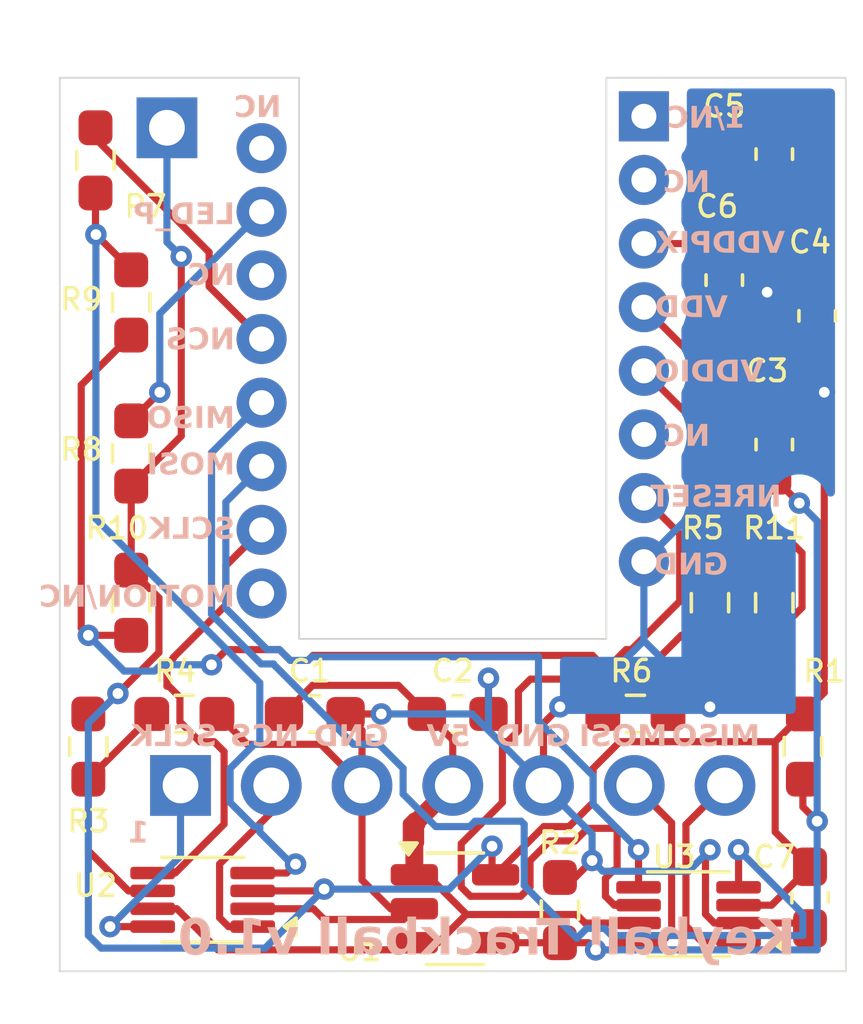
<source format=kicad_pcb>
(kicad_pcb (version 20241229) (generator "pcbnew") (generator_version "9.0")
  (title_block (title "Keyball Trackball PCB") (date "2025-11-21") (rev "1.0"))
  (layers (0 "F.Cu" signal) (2 "B.Cu" signal) (13 "F.Paste" user) (15 "B.Paste" user) (5 "F.SilkS" user "F.Silkscreen") (7 "B.SilkS" user "B.Silkscreen") (1 "F.Mask" user) (3 "B.Mask" user) (25 "Edge.Cuts" user))
  (net 0 "")
  (net 1 "/5V")
  (net 2 "GND")
  (net 3 "/1.9V")
  (net 4 "Net-(U1-FB)")
  (net 5 "Net-(U4-VDDPIX)")
  (net 6 "/MOSI")
  (net 7 "/NCS")
  (net 8 "/SCLK")
  (net 9 "/MISO")
  (net 10 "Net-(U2-OE)")
  (net 11 "Net-(U3-OE)")
  (net 12 "Net-(U4-~{NCS})")
  (net 13 "Net-(U2-A2)")
  (net 14 "Net-(U4-LED_P)")
  (net 15 "Net-(U4-~{NRESET})")
  (net 16 "Net-(U4-VDDIO)")
  (net 17 "Net-(U2-A1)")
  (net 18 "Net-(U3-A2)")
  (net 19 "Net-(U3-A1)")
  (footprint "Capacitor_SMD:C_0603_1608Metric_Pad1.08x0.95mm_HandSolder" (layer "F.Cu") (at 104 81.9375 -90)
    (property "Reference" "C5" (at -1.3375 1.4 0) (layer "F.SilkS") (effects (font (size 0.6 0.6) (thickness 0.1))))
    (property "Value" "10uF")
    (fp_line (start -0.146267 0.51) (end 0.146267 0.51) (stroke (width 0.1)) (layer "F.SilkS"))
    (fp_line (start -0.146267 -0.51) (end 0.146267 -0.51) (stroke (width 0.1)) (layer "F.SilkS"))
    (pad "1" smd roundrect (at -0.8625 0 270) (size 1.075 0.95) (layers "F.Cu" "F.Mask" "F.Paste") (net 5 "Net-(U4-VDDPIX)"))
    (pad "2" smd roundrect (at 0.8625 0 270) (size 1.075 0.95) (layers "F.Cu" "F.Mask" "F.Paste") (net 2 "GND"))
  )
  (footprint "Capacitor_SMD:C_0603_1608Metric_Pad1.08x0.95mm_HandSolder" (layer "F.Cu") (at 91.1375 97.6)
    (property "Reference" "C1" (at -0.1375 -1.2 0) (layer "F.SilkS") (effects (font (size 0.6 0.6) (thickness 0.1))))
    (property "Value" "10uF")
    (fp_line (start -0.146267 -0.51) (end 0.146267 -0.51) (stroke (width 0.1)) (layer "F.SilkS"))
    (fp_line (start -0.146267 0.51) (end 0.146267 0.51) (stroke (width 0.1)) (layer "F.SilkS"))
    (pad "1" smd roundrect (at -0.8625 0) (size 1.075 0.95) (layers "F.Cu" "F.Mask" "F.Paste") (net 1 "/5V"))
    (pad "2" smd roundrect (at 0.8625 0) (size 1.075 0.95) (layers "F.Cu" "F.Mask" "F.Paste") (net 2 "GND"))
  )
  (footprint "Resistor_SMD:R_0603_1608Metric_Pad0.98x0.95mm_HandSolder" (layer "F.Cu") (at 86 86.0875 90)
    (property "Reference" "R9" (at 0.0875 -1.4 0) (layer "F.SilkS") (effects (font (size 0.6 0.6) (thickness 0.1))))
    (property "Value" "1M_DNI")
    (fp_line (start -0.254724 -0.5225) (end 0.254724 -0.5225) (stroke (width 0.1)) (layer "F.SilkS"))
    (fp_line (start -0.254724 0.5225) (end 0.254724 0.5225) (stroke (width 0.1)) (layer "F.SilkS"))
    (pad "1" smd roundrect (at -0.9125 0 90) (size 0.975 0.95) (layers "F.Cu" "F.Mask" "F.Paste") (net 15 "Net-(U4-~{NRESET})"))
    (pad "2" smd roundrect (at 0.9125 0 90) (size 0.975 0.95) (layers "F.Cu" "F.Mask" "F.Paste") (net 13 "Net-(U2-A2)"))
  )
  (footprint "Capacitor_SMD:C_0603_1608Metric_Pad1.08x0.95mm_HandSolder" (layer "F.Cu") (at 105.2 86.4625 -90)
    (property "Reference" "C4" (at -2.0625 0.2 0) (layer "F.SilkS") (effects (font (size 0.6 0.6) (thickness 0.1))))
    (property "Value" "10uF")
    (fp_line (start -0.146267 0.51) (end 0.146267 0.51) (stroke (width 0.1)) (layer "F.SilkS"))
    (fp_line (start -0.146267 -0.51) (end 0.146267 -0.51) (stroke (width 0.1)) (layer "F.SilkS"))
    (pad "1" smd roundrect (at -0.8625 0 270) (size 1.075 0.95) (layers "F.Cu" "F.Mask" "F.Paste") (net 3 "/1.9V"))
    (pad "2" smd roundrect (at 0.8625 0 270) (size 1.075 0.95) (layers "F.Cu" "F.Mask" "F.Paste") (net 2 "GND"))
  )
  (footprint "Resistor_SMD:R_0603_1608Metric_Pad0.98x0.95mm_HandSolder" (layer "F.Cu") (at 86 94.4875 -90)
    (property "Reference" "R10" (at -2.0875 0.4 0) (layer "F.SilkS") (effects (font (size 0.6 0.6) (thickness 0.1))))
    (property "Value" "10k")
    (fp_line (start -0.254724 0.5225) (end 0.254724 0.5225) (stroke (width 0.1)) (layer "F.SilkS"))
    (fp_line (start -0.254724 -0.5225) (end 0.254724 -0.5225) (stroke (width 0.1)) (layer "F.SilkS"))
    (pad "1" smd roundrect (at -0.9125 0 270) (size 0.975 0.95) (layers "F.Cu" "F.Mask" "F.Paste") (net 3 "/1.9V"))
    (pad "2" smd roundrect (at 0.9125 0 270) (size 0.975 0.95) (layers "F.Cu" "F.Mask" "F.Paste") (net 15 "Net-(U4-~{NRESET})"))
  )
  (footprint "Resistor_SMD:R_0603_1608Metric_Pad0.98x0.95mm_HandSolder" (layer "F.Cu") (at 104 94.4875 -90)
    (property "Reference" "R11" (at -2.0875 0 0) (layer "F.SilkS") (effects (font (size 0.6 0.6) (thickness 0.1))))
    (property "Value" "0")
    (fp_line (start -0.254724 0.5225) (end 0.254724 0.5225) (stroke (width 0.1)) (layer "F.SilkS"))
    (fp_line (start -0.254724 -0.5225) (end 0.254724 -0.5225) (stroke (width 0.1)) (layer "F.SilkS"))
    (pad "1" smd roundrect (at -0.9125 0 270) (size 0.975 0.95) (layers "F.Cu" "F.Mask" "F.Paste") (net 3 "/1.9V"))
    (pad "2" smd roundrect (at 0.9125 0 270) (size 0.975 0.95) (layers "F.Cu" "F.Mask" "F.Paste") (net 16 "Net-(U4-VDDIO)"))
  )
  (footprint "Resistor_SMD:R_0603_1608Metric_Pad0.98x0.95mm_HandSolder" (layer "F.Cu") (at 86 90.3125 90)
    (property "Reference" "R8" (at 0.1125 -1.4 0) (layer "F.SilkS") (effects (font (size 0.6 0.6) (thickness 0.1))))
    (property "Value" "39")
    (fp_line (start -0.254724 -0.5225) (end 0.254724 -0.5225) (stroke (width 0.1)) (layer "F.SilkS"))
    (fp_line (start -0.254724 0.5225) (end 0.254724 0.5225) (stroke (width 0.1)) (layer "F.SilkS"))
    (pad "1" smd roundrect (at -0.9125 0 90) (size 0.975 0.95) (layers "F.Cu" "F.Mask" "F.Paste") (net 3 "/1.9V"))
    (pad "2" smd roundrect (at 0.9125 0 90) (size 0.975 0.95) (layers "F.Cu" "F.Mask" "F.Paste") (net 14 "Net-(U4-LED_P)"))
  )
  (footprint "Capacitor_SMD:C_0603_1608Metric_Pad1.08x0.95mm_HandSolder" (layer "F.Cu") (at 105 102.7375 -90)
    (property "Reference" "C7" (at -1.1375 1 0) (layer "F.SilkS") (effects (font (size 0.6 0.6) (thickness 0.1))))
    (property "Value" "100nF")
    (fp_line (start -0.146267 0.51) (end 0.146267 0.51) (stroke (width 0.1)) (layer "F.SilkS"))
    (fp_line (start -0.146267 -0.51) (end 0.146267 -0.51) (stroke (width 0.1)) (layer "F.SilkS"))
    (pad "1" smd roundrect (at -0.8625 0 270) (size 1.075 0.95) (layers "F.Cu" "F.Mask" "F.Paste") (net 3 "/1.9V"))
    (pad "2" smd roundrect (at 0.8625 0 270) (size 1.075 0.95) (layers "F.Cu" "F.Mask" "F.Paste") (net 2 "GND"))
  )
  (footprint "Package_SO:VSSOP-8_2.3x2mm_P0.5mm" (layer "F.Cu") (at 88 102.8 180)
    (property "Reference" "U2" (at 3 0.4 0) (layer "F.SilkS") (effects (font (size 0.6 0.6) (thickness 0.1))))
    (property "Value" "TXS0102DCU")
    (fp_line (start 0 1.185) (end 1.15 1.185) (stroke (width 0.1)) (layer "F.SilkS"))
    (fp_line (start 0 1.185) (end -1.15 1.185) (stroke (width 0.1)) (layer "F.SilkS"))
    (fp_line (start 0 -1.185) (end 1.15 -1.185) (stroke (width 0.1)) (layer "F.SilkS"))
    (fp_line (start 0 -1.185) (end -1.15 -1.185) (stroke (width 0.1)) (layer "F.SilkS"))
    (fp_poly (pts (xy -2.285 -0.75) (xy -2.615 -0.51) (xy -2.615 -0.99)) (stroke (width 0.1)) (fill yes) (layer "F.SilkS"))
    (pad "1" smd roundrect (at -1.4 -0.75 180) (size 1.25 0.35) (layers "F.Cu" "F.Mask" "F.Paste") (net 7 "/NCS"))
    (pad "2" smd roundrect (at -1.4 -0.25 180) (size 1.25 0.35) (layers "F.Cu" "F.Mask" "F.Paste") (net 2 "GND"))
    (pad "3" smd roundrect (at -1.4 0.25 180) (size 1.25 0.35) (layers "F.Cu" "F.Mask" "F.Paste") (net 3 "/1.9V"))
    (pad "4" smd roundrect (at -1.4 0.75 180) (size 1.25 0.35) (layers "F.Cu" "F.Mask" "F.Paste") (net 13 "Net-(U2-A2)"))
    (pad "5" smd roundrect (at 1.4 0.75 180) (size 1.25 0.35) (layers "F.Cu" "F.Mask" "F.Paste") (net 17 "Net-(U2-A1)"))
    (pad "6" smd roundrect (at 1.4 0.25 180) (size 1.25 0.35) (layers "F.Cu" "F.Mask" "F.Paste") (net 10 "Net-(U2-OE)"))
    (pad "7" smd roundrect (at 1.4 -0.25 180) (size 1.25 0.35) (layers "F.Cu" "F.Mask" "F.Paste") (net 1 "/5V"))
    (pad "8" smd roundrect (at 1.4 -0.75 180) (size 1.25 0.35) (layers "F.Cu" "F.Mask" "F.Paste") (net 8 "/SCLK"))
  )
  (footprint "Package_SO:VSSOP-8_2.3x2mm_P0.5mm" (layer "F.Cu") (at 101.6 103.2 180)
    (property "Reference" "U3" (at 0.4 1.6 0) (layer "F.SilkS") (effects (font (size 0.6 0.6) (thickness 0.1))))
    (property "Value" "TXS0102DCU")
    (fp_line (start 0 1.185) (end 1.15 1.185) (stroke (width 0.1)) (layer "F.SilkS"))
    (fp_line (start 0 1.185) (end -1.15 1.185) (stroke (width 0.1)) (layer "F.SilkS"))
    (fp_line (start 0 -1.185) (end 1.15 -1.185) (stroke (width 0.1)) (layer "F.SilkS"))
    (fp_line (start 0 -1.185) (end -1.15 -1.185) (stroke (width 0.1)) (layer "F.SilkS"))
    (fp_poly (pts (xy -2.285 -0.75) (xy -2.615 -0.51) (xy -2.615 -0.99)) (stroke (width 0.1)) (fill yes) (layer "F.SilkS"))
    (pad "1" smd roundrect (at -1.4 -0.75 180) (size 1.25 0.35) (layers "F.Cu" "F.Mask" "F.Paste") (net 9 "/MISO"))
    (pad "2" smd roundrect (at -1.4 -0.25 180) (size 1.25 0.35) (layers "F.Cu" "F.Mask" "F.Paste") (net 2 "GND"))
    (pad "3" smd roundrect (at -1.4 0.25 180) (size 1.25 0.35) (layers "F.Cu" "F.Mask" "F.Paste") (net 3 "/1.9V"))
    (pad "4" smd roundrect (at -1.4 0.75 180) (size 1.25 0.35) (layers "F.Cu" "F.Mask" "F.Paste") (net 18 "Net-(U3-A2)"))
    (pad "5" smd roundrect (at 1.4 0.75 180) (size 1.25 0.35) (layers "F.Cu" "F.Mask" "F.Paste") (net 19 "Net-(U3-A1)"))
    (pad "6" smd roundrect (at 1.4 0.25 180) (size 1.25 0.35) (layers "F.Cu" "F.Mask" "F.Paste") (net 11 "Net-(U3-OE)"))
    (pad "7" smd roundrect (at 1.4 -0.25 180) (size 1.25 0.35) (layers "F.Cu" "F.Mask" "F.Paste") (net 1 "/5V"))
    (pad "8" smd roundrect (at 1.4 -0.75 180) (size 1.25 0.35) (layers "F.Cu" "F.Mask" "F.Paste") (net 6 "/MOSI"))
  )
  (footprint "Capacitor_SMD:C_0603_1608Metric_Pad1.08x0.95mm_HandSolder" (layer "F.Cu") (at 102.6 85.4625 -90)
    (property "Reference" "C6" (at -2.0625 0.2 0) (layer "F.SilkS") (effects (font (size 0.6 0.6) (thickness 0.1))))
    (property "Value" "100nF")
    (fp_line (start -0.146267 0.51) (end 0.146267 0.51) (stroke (width 0.1)) (layer "F.SilkS"))
    (fp_line (start -0.146267 -0.51) (end 0.146267 -0.51) (stroke (width 0.1)) (layer "F.SilkS"))
    (pad "1" smd roundrect (at -0.8625 0 270) (size 1.075 0.95) (layers "F.Cu" "F.Mask" "F.Paste") (net 5 "Net-(U4-VDDPIX)"))
    (pad "2" smd roundrect (at 0.8625 0 270) (size 1.075 0.95) (layers "F.Cu" "F.Mask" "F.Paste") (net 2 "GND"))
  )
  (footprint "Resistor_SMD:R_0603_1608Metric_Pad0.98x0.95mm_HandSolder" (layer "F.Cu") (at 98 103.0875 90)
    (property "Reference" "R2" (at 1.8875 0 0) (layer "F.SilkS") (effects (font (size 0.6 0.6) (thickness 0.1))))
    (property "Value" "63.4k")
    (fp_line (start -0.254724 -0.5225) (end 0.254724 -0.5225) (stroke (width 0.1)) (layer "F.SilkS"))
    (fp_line (start -0.254724 0.5225) (end 0.254724 0.5225) (stroke (width 0.1)) (layer "F.SilkS"))
    (pad "1" smd roundrect (at -0.9125 0 90) (size 0.975 0.95) (layers "F.Cu" "F.Mask" "F.Paste") (net 4 "Net-(U1-FB)"))
    (pad "2" smd roundrect (at 0.9125 0 90) (size 0.975 0.95) (layers "F.Cu" "F.Mask" "F.Paste") (net 2 "GND"))
  )
  (footprint "Resistor_SMD:R_0603_1608Metric_Pad0.98x0.95mm_HandSolder" (layer "F.Cu") (at 87.4875 97.6)
    (property "Reference" "R4" (at -0.254724 -1.2 0) (layer "F.SilkS") (effects (font (size 0.6 0.6) (thickness 0.1))))
    (property "Value" "10k")
    (fp_line (start -0.254724 -0.5225) (end 0.254724 -0.5225) (stroke (width 0.1)) (layer "F.SilkS"))
    (fp_line (start -0.254724 0.5225) (end 0.254724 0.5225) (stroke (width 0.1)) (layer "F.SilkS"))
    (pad "1" smd roundrect (at -0.9125 0) (size 0.975 0.95) (layers "F.Cu" "F.Mask" "F.Paste") (net 10 "Net-(U2-OE)"))
    (pad "2" smd roundrect (at 0.9125 0) (size 0.975 0.95) (layers "F.Cu" "F.Mask" "F.Paste") (net 2 "GND"))
  )
  (footprint "Resistor_SMD:R_0603_1608Metric_Pad0.98x0.95mm_HandSolder" (layer "F.Cu") (at 85 82.1125 90)
    (property "Reference" "R7" (at -1.2875 1.4 0) (layer "F.SilkS") (effects (font (size 0.6 0.6) (thickness 0.1))))
    (property "Value" "0")
    (fp_line (start -0.254724 -0.5225) (end 0.254724 -0.5225) (stroke (width 0.1)) (layer "F.SilkS"))
    (fp_line (start -0.254724 0.5225) (end 0.254724 0.5225) (stroke (width 0.1)) (layer "F.SilkS"))
    (pad "1" smd roundrect (at -0.9125 0 90) (size 0.975 0.95) (layers "F.Cu" "F.Mask" "F.Paste") (net 13 "Net-(U2-A2)"))
    (pad "2" smd roundrect (at 0.9125 0 90) (size 0.975 0.95) (layers "F.Cu" "F.Mask" "F.Paste") (net 12 "Net-(U4-~{NCS})"))
  )
  (footprint "Resistor_SMD:R_0603_1608Metric_Pad0.98x0.95mm_HandSolder" (layer "F.Cu") (at 102.2 94.4875 -90)
    (property "Reference" "R5" (at -2.0875 0.2 0) (layer "F.SilkS") (effects (font (size 0.6 0.6) (thickness 0.1))))
    (property "Value" "0")
    (fp_line (start -0.254724 0.5225) (end 0.254724 0.5225) (stroke (width 0.1)) (layer "F.SilkS"))
    (fp_line (start -0.254724 -0.5225) (end 0.254724 -0.5225) (stroke (width 0.1)) (layer "F.SilkS"))
    (pad "1" smd roundrect (at -0.9125 0 270) (size 0.975 0.95) (layers "F.Cu" "F.Mask" "F.Paste") (net 3 "/1.9V"))
    (pad "2" smd roundrect (at 0.9125 0 270) (size 0.975 0.95) (layers "F.Cu" "F.Mask" "F.Paste") (net 11 "Net-(U3-OE)"))
  )
  (footprint "Resistor_SMD:R_0603_1608Metric_Pad0.98x0.95mm_HandSolder" (layer "F.Cu") (at 84.8 98.5125 -90)
    (property "Reference" "R3" (at 2.0875 0 0) (layer "F.SilkS") (effects (font (size 0.6 0.6) (thickness 0.1))))
    (property "Value" "0")
    (fp_line (start -0.254724 0.5225) (end 0.254724 0.5225) (stroke (width 0.1)) (layer "F.SilkS"))
    (fp_line (start -0.254724 -0.5225) (end 0.254724 -0.5225) (stroke (width 0.1)) (layer "F.SilkS"))
    (pad "1" smd roundrect (at -0.9125 0 270) (size 0.975 0.95) (layers "F.Cu" "F.Mask" "F.Paste") (net 3 "/1.9V"))
    (pad "2" smd roundrect (at 0.9125 0 270) (size 0.975 0.95) (layers "F.Cu" "F.Mask" "F.Paste") (net 10 "Net-(U2-OE)"))
  )
  (footprint "Capacitor_SMD:C_0603_1608Metric_Pad1.08x0.95mm_HandSolder" (layer "F.Cu") (at 104 90.0625 -90)
    (property "Reference" "C3" (at -2.0625 0.2 0) (layer "F.SilkS") (effects (font (size 0.6 0.6) (thickness 0.1))))
    (property "Value" "100nF")
    (fp_line (start -0.146267 0.51) (end 0.146267 0.51) (stroke (width 0.1)) (layer "F.SilkS"))
    (fp_line (start -0.146267 -0.51) (end 0.146267 -0.51) (stroke (width 0.1)) (layer "F.SilkS"))
    (pad "1" smd roundrect (at -0.8625 0 270) (size 1.075 0.95) (layers "F.Cu" "F.Mask" "F.Paste") (net 3 "/1.9V"))
    (pad "2" smd roundrect (at 0.8625 0 270) (size 1.075 0.95) (layers "F.Cu" "F.Mask" "F.Paste") (net 4 "Net-(U1-FB)"))
  )
  (footprint "Package_TO_SOT_SMD:SOT-23-5" (layer "F.Cu") (at 95.0625 103.05)
    (property "Reference" "U1" (at -2.6625 1.15 0) (layer "F.SilkS") (effects (font (size 0.6 0.6) (thickness 0.1))))
    (property "Value" "TPS73601DBV")
    (fp_line (start 0 -1.56) (end -0.8 -1.56) (stroke (width 0.1)) (layer "F.SilkS"))
    (fp_line (start 0 -1.56) (end 0.8 -1.56) (stroke (width 0.1)) (layer "F.SilkS"))
    (fp_line (start 0 1.56) (end -0.8 1.56) (stroke (width 0.1)) (layer "F.SilkS"))
    (fp_line (start 0 1.56) (end 0.8 1.56) (stroke (width 0.1)) (layer "F.SilkS"))
    (fp_poly (pts (xy -1.3 -1.51) (xy -1.54 -1.84) (xy -1.06 -1.84)) (stroke (width 0.1)) (fill yes) (layer "F.SilkS"))
    (pad "1" smd roundrect (at -1.1375 -0.95) (size 1.325 0.6) (layers "F.Cu" "F.Mask" "F.Paste") (net 1 "/5V"))
    (pad "2" smd roundrect (at -1.1375 0) (size 1.325 0.6) (layers "F.Cu" "F.Mask" "F.Paste") (net 2 "GND"))
    (pad "3" smd roundrect (at -1.1375 0.95) (size 1.325 0.6) (layers "F.Cu" "F.Mask" "F.Paste") (net 1 "/5V"))
    (pad "4" smd roundrect (at 1.1375 0.95) (size 1.325 0.6) (layers "F.Cu" "F.Mask" "F.Paste") (net 4 "Net-(U1-FB)"))
    (pad "5" smd roundrect (at 1.1375 -0.95) (size 1.325 0.6) (layers "F.Cu" "F.Mask" "F.Paste") (net 3 "/1.9V"))
  )
  (footprint "Resistor_SMD:R_0603_1608Metric_Pad0.98x0.95mm_HandSolder" (layer "F.Cu") (at 100.1125 97.6)
    (property "Reference" "R6" (at -0.1125 -1.2 0) (layer "F.SilkS") (effects (font (size 0.6 0.6) (thickness 0.1))))
    (property "Value" "10k")
    (fp_line (start -0.254724 -0.5225) (end 0.254724 -0.5225) (stroke (width 0.1)) (layer "F.SilkS"))
    (fp_line (start -0.254724 0.5225) (end 0.254724 0.5225) (stroke (width 0.1)) (layer "F.SilkS"))
    (pad "1" smd roundrect (at -0.9125 0) (size 0.975 0.95) (layers "F.Cu" "F.Mask" "F.Paste") (net 11 "Net-(U3-OE)"))
    (pad "2" smd roundrect (at 0.9125 0) (size 0.975 0.95) (layers "F.Cu" "F.Mask" "F.Paste") (net 2 "GND"))
  )
  (footprint "Resistor_SMD:R_0603_1608Metric_Pad0.98x0.95mm_HandSolder" (layer "F.Cu") (at 104.8 98.5125 -90)
    (property "Reference" "R1" (at -2.1125 -0.6 0) (layer "F.SilkS") (effects (font (size 0.6 0.6) (thickness 0.1))))
    (property "Value" "37.4k")
    (fp_line (start -0.254724 0.5225) (end 0.254724 0.5225) (stroke (width 0.1)) (layer "F.SilkS"))
    (fp_line (start -0.254724 -0.5225) (end 0.254724 -0.5225) (stroke (width 0.1)) (layer "F.SilkS"))
    (pad "1" smd roundrect (at -0.9125 0 270) (size 0.975 0.95) (layers "F.Cu" "F.Mask" "F.Paste") (net 3 "/1.9V"))
    (pad "2" smd roundrect (at 0.9125 0 270) (size 0.975 0.95) (layers "F.Cu" "F.Mask" "F.Paste") (net 4 "Net-(U1-FB)"))
  )
  (footprint "Capacitor_SMD:C_0603_1608Metric_Pad1.08x0.95mm_HandSolder" (layer "F.Cu") (at 95.1375 97.6)
    (property "Reference" "C2" (at -0.1375 -1.2 0) (layer "F.SilkS") (effects (font (size 0.6 0.6) (thickness 0.1))))
    (property "Value" "100nF")
    (fp_line (start -0.146267 -0.51) (end 0.146267 -0.51) (stroke (width 0.1)) (layer "F.SilkS"))
    (fp_line (start -0.146267 0.51) (end 0.146267 0.51) (stroke (width 0.1)) (layer "F.SilkS"))
    (pad "1" smd roundrect (at -0.8625 0) (size 1.075 0.95) (layers "F.Cu" "F.Mask" "F.Paste") (net 1 "/5V"))
    (pad "2" smd roundrect (at 0.8625 0) (size 1.075 0.95) (layers "F.Cu" "F.Mask" "F.Paste") (net 2 "GND"))
  )
  (footprint "Connector_PinHeader_2.54mm:PinHeader_1x01_P2.54mm_Vertical" (layer "B.Cu") (at 87 81.2 180)
    (property "Reference" "J2" (hide yes))
    (property "Value" "Conn_01x01")
    (pad "1" thru_hole rect (at 0 0 180) (size 1.7 1.7) (drill 1) (layers "*.Cu" "*.Mask") (net 3 "/1.9V"))
  )
  (footprint "Pixart:PMW3360DM-T2QU" (layer "B.Cu") (at 95 86.54 -90)
    (property "Reference" "U4" (hide yes))
    (property "Value" "PMW3360DM-T2QU")
    (pad "1" thru_hole rect (at -5.66 -5.35 270) (size 1.4 1.4) (drill 0.7) (layers "*.Cu" "*.Mask"))
    (pad "2" thru_hole circle (at -3.88 -5.35 270) (size 1.4 1.4) (drill 0.7) (layers "*.Cu" "*.Mask"))
    (pad "3" thru_hole circle (at -2.1 -5.35 270) (size 1.4 1.4) (drill 0.7) (layers "*.Cu" "*.Mask") (net 5 "Net-(U4-VDDPIX)"))
    (pad "4" thru_hole circle (at -0.32 -5.35 270) (size 1.4 1.4) (drill 0.7) (layers "*.Cu" "*.Mask") (net 3 "/1.9V"))
    (pad "5" thru_hole circle (at 1.46 -5.35 270) (size 1.4 1.4) (drill 0.7) (layers "*.Cu" "*.Mask") (net 16 "Net-(U4-VDDIO)"))
    (pad "6" thru_hole circle (at 3.24 -5.35 270) (size 1.4 1.4) (drill 0.7) (layers "*.Cu" "*.Mask"))
    (pad "7" thru_hole circle (at 5.02 -5.35 270) (size 1.4 1.4) (drill 0.7) (layers "*.Cu" "*.Mask") (net 15 "Net-(U4-~{NRESET})"))
    (pad "8" thru_hole circle (at 6.8 -5.35 270) (size 1.4 1.4) (drill 0.7) (layers "*.Cu" "*.Mask") (net 2 "GND"))
    (pad "9" thru_hole circle (at 7.69 5.35 270) (size 1.4 1.4) (drill 0.7) (layers "*.Cu" "*.Mask"))
    (pad "10" thru_hole circle (at 5.91 5.35 270) (size 1.4 1.4) (drill 0.7) (layers "*.Cu" "*.Mask") (net 17 "Net-(U2-A1)"))
    (pad "11" thru_hole circle (at 4.13 5.35 270) (size 1.4 1.4) (drill 0.7) (layers "*.Cu" "*.Mask") (net 19 "Net-(U3-A1)"))
    (pad "12" thru_hole circle (at 2.35 5.35 270) (size 1.4 1.4) (drill 0.7) (layers "*.Cu" "*.Mask") (net 18 "Net-(U3-A2)"))
    (pad "13" thru_hole circle (at 0.57 5.35 270) (size 1.4 1.4) (drill 0.7) (layers "*.Cu" "*.Mask") (net 12 "Net-(U4-~{NCS})"))
    (pad "14" thru_hole circle (at -1.21 5.35 270) (size 1.4 1.4) (drill 0.7) (layers "*.Cu" "*.Mask"))
    (pad "15" thru_hole circle (at -2.99 5.35 270) (size 1.4 1.4) (drill 0.7) (layers "*.Cu" "*.Mask") (net 14 "Net-(U4-LED_P)"))
    (pad "16" thru_hole circle (at -4.77 5.35 270) (size 1.4 1.4) (drill 0.7) (layers "*.Cu" "*.Mask"))
  )
  (footprint "Connector_PinHeader_2.54mm:PinHeader_1x07_P2.54mm_Vertical" (layer "B.Cu") (at 87.38 99.6 -90)
    (property "Reference" "J1" (hide yes))
    (property "Value" "Conn_01x07")
    (pad "1" thru_hole rect (at 0 0 270) (size 1.7 1.7) (drill 1) (layers "*.Cu" "*.Mask") (net 8 "/SCLK"))
    (pad "2" thru_hole circle (at 0 -2.54 270) (size 1.7 1.7) (drill 1) (layers "*.Cu" "*.Mask") (net 7 "/NCS"))
    (pad "3" thru_hole circle (at 0 -5.08 270) (size 1.7 1.7) (drill 1) (layers "*.Cu" "*.Mask") (net 2 "GND"))
    (pad "4" thru_hole circle (at 0 -7.62 270) (size 1.7 1.7) (drill 1) (layers "*.Cu" "*.Mask") (net 1 "/5V"))
    (pad "5" thru_hole circle (at 0 -10.16 270) (size 1.7 1.7) (drill 1) (layers "*.Cu" "*.Mask") (net 2 "GND"))
    (pad "6" thru_hole circle (at 0 -12.7 270) (size 1.7 1.7) (drill 1) (layers "*.Cu" "*.Mask") (net 6 "/MOSI"))
    (pad "7" thru_hole circle (at 0 -15.24 270) (size 1.7 1.7) (drill 1) (layers "*.Cu" "*.Mask") (net 9 "/MISO"))
  )
  (gr_line (start 84 79.8) (end 84 104.8) (stroke (width 0.05)) (layer "Edge.Cuts"))
  (gr_line (start 99.3 95.5) (end 99.3 79.8) (stroke (width 0.05)) (layer "Edge.Cuts"))
  (gr_line (start 84 104.8) (end 106 104.8) (stroke (width 0.05)) (layer "Edge.Cuts"))
  (gr_line (start 90.7 95.5) (end 99.3 95.5) (stroke (width 0.05)) (layer "Edge.Cuts"))
  (gr_line (start 90.7 79.8) (end 90.7 95.5) (stroke (width 0.05)) (layer "Edge.Cuts"))
  (gr_line (start 106 79.8) (end 106 104.8) (stroke (width 0.05)) (layer "Edge.Cuts"))
  (gr_line (start 99.3 79.8) (end 106 79.8) (stroke (width 0.05)) (layer "Edge.Cuts"))
  (gr_line (start 84 79.8) (end 90.7 79.8) (stroke (width 0.05)) (layer "Edge.Cuts"))
  (gr_text "NC" (at 88.9 85.7 0) (layer "B.SilkS") (effects (font (size 0.6 0.6) (thickness 0.1) (bold yes)) (justify left bottom mirror)))
  (gr_text "Keyball Trackball v1.0" (at 104.6 104.5 0) (layer "B.SilkS") (effects (font (size 1 1) (thickness 0.1) (bold yes)) (justify left bottom mirror)))
  (gr_text "GND" (at 102.7 93.8 0) (layer "B.SilkS") (effects (font (size 0.6 0.6) (thickness 0.1) (bold yes)) (justify left bottom mirror)))
  (gr_text "NC" (at 102.2 90.2 0) (layer "B.SilkS") (effects (font (size 0.6 0.6) (thickness 0.1) (bold yes)) (justify left bottom mirror)))
  (gr_text "NC" (at 90.2 81 0) (layer "B.SilkS") (effects (font (size 0.6 0.6) (thickness 0.1) (bold yes)) (justify left bottom mirror)))
  (gr_text "GND" (at 98.3 98.6 0) (layer "B.SilkS") (effects (font (size 0.6 0.6) (thickness 0.1) (bold yes)) (justify left bottom mirror)))
  (gr_text "NCS" (at 88.9 87.5 0) (layer "B.SilkS") (effects (font (size 0.6 0.6) (thickness 0.1) (bold yes)) (justify left bottom mirror)))
  (gr_text "VDDIO" (at 103.7 88.4 0) (layer "B.SilkS") (effects (font (size 0.6 0.6) (thickness 0.1) (bold yes)) (justify left bottom mirror)))
  (gr_text "VDD" (at 102.7 86.6 0) (layer "B.SilkS") (effects (font (size 0.6 0.6) (thickness 0.1) (bold yes)) (justify left bottom mirror)))
  (gr_text "SCLK" (at 88.9 92.8 0) (layer "B.SilkS") (effects (font (size 0.6 0.6) (thickness 0.1) (bold yes)) (justify left bottom mirror)))
  (gr_text "LED_P" (at 88.9 84 0) (layer "B.SilkS") (effects (font (size 0.6 0.6) (thickness 0.1) (bold yes)) (justify left bottom mirror)))
  (gr_text "1/NC" (at 103.2 81.3 0) (layer "B.SilkS") (effects (font (size 0.6 0.6) (thickness 0.1) (bold yes)) (justify left bottom mirror)))
  (gr_text "NCS" (at 90.7 98.6 0) (layer "B.SilkS") (effects (font (size 0.6 0.6) (thickness 0.1) (bold yes)) (justify left bottom mirror)))
  (gr_text "MOSI" (at 101 98.6 0) (layer "B.SilkS") (effects (font (size 0.6 0.6) (thickness 0.1) (bold yes)) (justify left bottom mirror)))
  (gr_text "5V" (at 95.5 98.6 0) (layer "B.SilkS") (effects (font (size 0.6 0.6) (thickness 0.1) (bold yes)) (justify left bottom mirror)))
  (gr_text "VDDPIX" (at 104.3 84.8 0) (layer "B.SilkS") (effects (font (size 0.6 0.6) (thickness 0.1) (bold yes)) (justify left bottom mirror)))
  (gr_text "MISO" (at 88.9 89.7 0) (layer "B.SilkS") (effects (font (size 0.6 0.6) (thickness 0.1) (bold yes)) (justify left bottom mirror)))
  (gr_text "GND" (at 93.2 98.6 0) (layer "B.SilkS") (effects (font (size 0.6 0.6) (thickness 0.1) (bold yes)) (justify left bottom mirror)))
  (gr_text "NC" (at 102.2 83.1 0) (layer "B.SilkS") (effects (font (size 0.6 0.6) (thickness 0.1) (bold yes)) (justify left bottom mirror)))
  (gr_text "1" (at 86.5 101.3 0) (layer "B.SilkS") (effects (font (size 0.6 0.6) (thickness 0.1) (bold yes)) (justify left bottom mirror)))
  (gr_text "MOSI" (at 88.9 91 0) (layer "B.SilkS") (effects (font (size 0.6 0.6) (thickness 0.1) (bold yes)) (justify left bottom mirror)))
  (gr_text "SCLK" (at 88.4 98.6 0) (layer "B.SilkS") (effects (font (size 0.6 0.6) (thickness 0.1) (bold yes)) (justify left bottom mirror)))
  (gr_text "MISO" (at 103.6 98.6 0) (layer "B.SilkS") (effects (font (size 0.6 0.6) (thickness 0.1) (bold yes)) (justify left bottom mirror)))
  (gr_text "MOTION/NC" (at 88.9 94.7 0) (layer "B.SilkS") (effects (font (size 0.6 0.6) (thickness 0.1) (bold yes)) (justify left bottom mirror)))
  (gr_text "NRESET" (at 104.2 91.9 0) (layer "B.SilkS") (effects (font (size 0.6 0.6) (thickness 0.1) (bold yes)) (justify left bottom mirror)))
  (segment (start 95.375999 103.2115) (end 95.375999 103.196531) (width 0.2) (layer "F.Cu") (net 1))
  (segment (start 93.925 100.675) (end 95 99.6) (width 0.2) (layer "F.Cu") (net 1))
  (segment (start 100.2 103.45) (end 98.705634 103.45) (width 0.2) (layer "F.Cu") (net 1))
  (segment (start 94.275 97.6) (end 93.475 96.8) (width 0.2) (layer "F.Cu") (net 1))
  (segment (start 98.467134 103.2115) (end 95.375999 103.2115) (width 0.2) (layer "F.Cu") (net 1))
  (segment (start 93.925 102.1) (end 93.925 100.675) (width 0.2) (layer "F.Cu") (net 1))
  (segment (start 95 98.325) (end 94.275 97.6) (width 0.2) (layer "F.Cu") (net 1))
  (segment (start 91.075 96.8) (end 90.275 97.6) (width 0.2) (layer "F.Cu") (net 1))
  (segment (start 88.425848 104.199) (end 93.726 104.199) (width 0.2) (layer "F.Cu") (net 1))
  (segment (start 98.705634 103.45) (end 98.467134 103.2115) (width 0.2) (layer "F.Cu") (net 1))
  (segment (start 94.279468 102.1) (end 93.925 102.1) (width 0.2) (layer "F.Cu") (net 1))
  (segment (start 87.276848 103.05) (end 88.425848 104.199) (width 0.2) (layer "F.Cu") (net 1))
  (segment (start 95 99.6) (end 95 98.325) (width 0.2) (layer "F.Cu") (net 1))
  (segment (start 86.6 103.05) (end 87.276848 103.05) (width 0.2) (layer "F.Cu") (net 1))
  (segment (start 93.726 104.199) (end 93.925 104) (width 0.2) (layer "F.Cu") (net 1))
  (segment (start 95.375999 103.2115) (end 94.587499 104) (width 0.2) (layer "F.Cu") (net 1))
  (segment (start 93.475 96.8) (end 91.075 96.8) (width 0.2) (layer "F.Cu") (net 1))
  (segment (start 95.375999 103.196531) (end 94.279468 102.1) (width 0.2) (layer "F.Cu") (net 1))
  (segment (start 94.587499 104) (end 93.925 104) (width 0.2) (layer "F.Cu") (net 1))
  (segment (start 98 102.175) (end 98.425 102.175) (width 0.2) (layer "F.Cu") (net 2))
  (segment (start 102.074 101.526) (end 102.2 101.4) (width 0.2) (layer "F.Cu") (net 2))
  (segment (start 103.8 83) (end 103.8 85.8) (width 0.2) (layer "F.Cu") (net 2))
  (segment (start 97.54 99.6) (end 97.54 97.86) (width 0.2) (layer "F.Cu") (net 2))
  (segment (start 92.46 99.6) (end 91.309 98.449) (width 0.2) (layer "F.Cu") (net 2))
  (segment (start 89.249 98.449) (end 88.4 97.6) (width 0.2) (layer "F.Cu") (net 2))
  (segment (start 102.2 97.4) (end 101.225 97.4) (width 0.2) (layer "F.Cu") (net 2))
  (segment (start 103 103.45) (end 104.85 103.45) (width 0.2) (layer "F.Cu") (net 2))
  (segment (start 104 82.8) (end 103.8 83) (width 0.2) (layer "F.Cu") (net 2))
  (segment (start 101.225 97.4) (end 101.025 97.6) (width 0.2) (layer "F.Cu") (net 2))
  (segment (start 104.85 103.45) (end 105 103.6) (width 0.2) (layer "F.Cu") (net 2))
  (segment (start 98.425 102.175) (end 98.9 101.7) (width 0.2) (layer "F.Cu") (net 2))
  (segment (start 96 97.6) (end 96 96.6) (width 0.2) (layer "F.Cu") (net 2))
  (segment (start 92 97.6) (end 93 97.6) (width 0.2) (layer "F.Cu") (net 2))
  (segment (start 102.6 86.325) (end 103.275 86.325) (width 0.2) (layer "F.Cu") (net 2))
  (segment (start 91.100057 103.05) (end 89.4 103.05) (width 0.2) (layer "F.Cu") (net 2))
  (segment (start 103 103.45) (end 102.323152 103.45) (width 0.2) (layer "F.Cu") (net 2))
  (segment (start 97.54 97.86) (end 98 97.4) (width 0.2) (layer "F.Cu") (net 2))
  (segment (start 92.46 99.6) (end 92.46 98.06) (width 0.2) (layer "F.Cu") (net 2))
  (segment (start 105.2 88.401) (end 105.399 88.6) (width 0.2) (layer "F.Cu") (net 2))
  (segment (start 91.400057 103.35) (end 91.100057 103.05) (width 0.2) (layer "F.Cu") (net 2))
  (segment (start 102.323152 103.45) (end 102.074 103.200848) (width 0.2) (layer "F.Cu") (net 2))
  (segment (start 93.925 103.05) (end 93.262501 103.05) (width 0.2) (layer "F.Cu") (net 2))
  (segment (start 92.46 102.247499) (end 92.46 99.6) (width 0.2) (layer "F.Cu") (net 2))
  (segment (start 92.46 98.06) (end 92 97.6) (width 0.2) (layer "F.Cu") (net 2))
  (segment (start 93.625 103.35) (end 91.400057 103.35) (width 0.2) (layer "F.Cu") (net 2))
  (segment (start 93.925 103.05) (end 93.625 103.35) (width 0.2) (layer "F.Cu") (net 2))
  (segment (start 91.309 98.449) (end 89.249 98.449) (width 0.2) (layer "F.Cu") (net 2))
  (segment (start 105.2 87.325) (end 105.2 88.401) (width 0.2) (layer "F.Cu") (net 2))
  (segment (start 93.262501 103.05) (end 92.46 102.247499) (width 0.2) (layer "F.Cu") (net 2))
  (segment (start 102.074 103.200848) (end 102.074 101.526) (width 0.2) (layer "F.Cu") (net 2))
  (segment (start 103.275 86.325) (end 103.8 85.8) (width 0.2) (layer "F.Cu") (net 2))
  (via (at 103.8 85.8) (size 0.6) (drill 0.3) (layers "F.Cu" "B.Cu") (net 2))
  (via (at 105.399 88.6) (size 0.6) (drill 0.3) (layers "F.Cu" "B.Cu") (net 2))
  (via (at 98 97.4) (size 0.6) (drill 0.3) (layers "F.Cu" "B.Cu") (net 2))
  (via (at 102.2 101.4) (size 0.6) (drill 0.3) (layers "F.Cu" "B.Cu") (net 2))
  (via (at 96 96.6) (size 0.6) (drill 0.3) (layers "F.Cu" "B.Cu") (net 2))
  (via (at 102.2 97.4) (size 0.6) (drill 0.3) (layers "F.Cu" "B.Cu") (net 2))
  (via (at 93 97.6) (size 0.6) (drill 0.3) (layers "F.Cu" "B.Cu") (net 2))
  (via (at 98.9 101.7) (size 0.6) (drill 0.3) (layers "F.Cu" "B.Cu") (net 2))
  (segment (start 105.399 88.6) (end 103.8 87.001) (width 0.2) (layer "B.Cu") (net 2))
  (segment (start 96 98.06) (end 97.54 99.6) (width 0.2) (layer "B.Cu") (net 2))
  (segment (start 103.8 89.89) (end 100.35 93.34) (width 0.2) (layer "B.Cu") (net 2))
  (segment (start 98 97.4) (end 98.5 97.4) (width 0.2) (layer "B.Cu") (net 2))
  (segment (start 101.599 102.001) (end 99.201 102.001) (width 0.2) (layer "B.Cu") (net 2))
  (segment (start 93 97.6) (end 95.54 97.6) (width 0.2) (layer "B.Cu") (net 2))
  (segment (start 100.35 95.55) (end 102.2 97.4) (width 0.2) (layer "B.Cu") (net 2))
  (segment (start 98.9 101.7) (end 98.9 100.96) (width 0.2) (layer "B.Cu") (net 2))
  (segment (start 95.54 97.6) (end 96 98.06) (width 0.2) (layer "B.Cu") (net 2))
  (segment (start 96 96.6) (end 96 98.06) (width 0.2) (layer "B.Cu") (net 2))
  (segment (start 103.8 87) (end 103.8 89.89) (width 0.2) (layer "B.Cu") (net 2))
  (segment (start 99.201 102.001) (end 98.9 101.7) (width 0.2) (layer "B.Cu") (net 2))
  (segment (start 103.8 87.001) (end 103.8 87) (width 0.2) (layer "B.Cu") (net 2))
  (segment (start 98.9 100.96) (end 97.54 99.6) (width 0.2) (layer "B.Cu") (net 2))
  (segment (start 102.2 101.4) (end 101.599 102.001) (width 0.2) (layer "B.Cu") (net 2))
  (segment (start 98.5 97.4) (end 100.35 95.55) (width 0.2) (layer "B.Cu") (net 2))
  (segment (start 100.35 93.34) (end 100.35 95.55) (width 0.2) (layer "B.Cu") (net 2))
  (segment (start 103.8 87) (end 103.8 85.8) (width 0.2) (layer "B.Cu") (net 2))
  (segment (start 86 93.575) (end 86 91.225) (width 0.2) (layer "F.Cu") (net 3))
  (segment (start 103.925 102.95) (end 103 102.95) (width 0.2) (layer "F.Cu") (net 3))
  (segment (start 89.4 102.55) (end 91.35 102.55) (width 0.2) (layer "F.Cu") (net 3))
  (segment (start 102.2 93.575) (end 102.976 94.351) (width 0.2) (layer "F.Cu") (net 3))
  (segment (start 105.2 85.6) (end 104 86.8) (width 0.2) (layer "F.Cu") (net 3))
  (segment (start 96.1 101.3) (end 96.1 102) (width 0.2) (layer "F.Cu") (net 3))
  (segment (start 104 89.2) (end 103.33 89.2) (width 0.2) (layer "F.Cu") (net 3))
  (segment (start 104 93.575) (end 102.2 93.575) (width 0.2) (layer "F.Cu") (net 3))
  (segment (start 85.627817 97.027817) (end 86.776 95.879634) (width 0.2) (layer "F.Cu") (net 3))
  (segment (start 102.976 94.351) (end 102.976 95.776) (width 0.2) (layer "F.Cu") (net 3))
  (segment (start 104.024 100.899) (end 105 101.875) (width 0.2) (layer "F.Cu") (net 3))
  (segment (start 104.8 97.6) (end 104.024 98.376) (width 0.2) (layer "F.Cu") (net 3))
  (segment (start 105.399 90.599) (end 105.399 97.001) (width 0.2) (layer "F.Cu") (net 3))
  (segment (start 86 91.225) (end 87.401 89.824) (width 0.2) (layer "F.Cu") (net 3))
  (segment (start 84.8 97.6) (end 85.055634 97.6) (width 0.2) (layer "F.Cu") (net 3))
  (segment (start 99.67624 98.376) (end 104.024 98.376) (width 0.2) (layer "F.Cu") (net 3))
  (segment (start 104 86.8) (end 104 89.2) (width 0.2) (layer "F.Cu") (net 3))
  (segment (start 87.401 84.801) (end 87.4 84.8) (width 0.2) (layer "F.Cu") (net 3))
  (segment (start 96.2 102.1) (end 97.549 100.751) (width 0.2) (layer "F.Cu") (net 3))
  (segment (start 96.1 102) (end 96.2 102.1) (width 0.2) (layer "F.Cu") (net 3))
  (segment (start 98.25476 100.751) (end 98.929 100.07676) (width 0.2) (layer "F.Cu") (net 3))
  (segment (start 85.055634 97.6) (end 85.627817 97.027817) (width 0.2) (layer "F.Cu") (net 3))
  (segment (start 104.024 98.376) (end 104.024 100.899) (width 0.2) (layer "F.Cu") (net 3))
  (segment (start 86.776 95.879634) (end 86.776 94.351) (width 0.2) (layer "F.Cu") (net 3))
  (segment (start 87.401 89.824) (end 87.401 84.801) (width 0.2) (layer "F.Cu") (net 3))
  (segment (start 105 101.875) (end 103.925 102.95) (width 0.2) (layer "F.Cu") (net 3))
  (segment (start 98.929 99.12324) (end 99.67624 98.376) (width 0.2) (layer "F.Cu") (net 3))
  (segment (start 102.976 95.776) (end 104.8 97.6) (width 0.2) (layer "F.Cu") (net 3))
  (segment (start 105.399 97.001) (end 104.8 97.6) (width 0.2) (layer "F.Cu") (net 3))
  (segment (start 91.35 102.55) (end 91.4 102.5) (width 0.2) (layer "F.Cu") (net 3))
  (segment (start 98.929 100.07676) (end 98.929 99.12324) (width 0.2) (layer "F.Cu") (net 3))
  (segment (start 103.33 89.2) (end 100.35 86.22) (width 0.2) (layer "F.Cu") (net 3))
  (segment (start 104 89.2) (end 105.399 90.599) (width 0.2) (layer "F.Cu") (net 3))
  (segment (start 97.549 100.751) (end 98.25476 100.751) (width 0.2) (layer "F.Cu") (net 3))
  (segment (start 86.776 94.351) (end 86 93.575) (width 0.2) (layer "F.Cu") (net 3))
  (via (at 91.4 102.5) (size 0.6) (drill 0.3) (layers "F.Cu" "B.Cu") (net 3))
  (via (at 87.4 84.8) (size 0.6) (drill 0.3) (layers "F.Cu" "B.Cu") (net 3))
  (via (at 85.627817 97.027817) (size 0.6) (drill 0.3) (layers "F.Cu" "B.Cu") (net 3))
  (via (at 96.1 101.3) (size 0.6) (drill 0.3) (layers "F.Cu" "B.Cu") (net 3))
  (segment (start 89.749 104.151) (end 85.158175 104.151) (width 0.2) (layer "B.Cu") (net 3))
  (segment (start 85.158175 104.151) (end 84.8 103.792825) (width 0.2) (layer "B.Cu") (net 3))
  (segment (start 87 84.4) (end 87 81.2) (width 0.2) (layer "B.Cu") (net 3))
  (segment (start 87.4 84.8) (end 87 84.4) (width 0.2) (layer "B.Cu") (net 3))
  (segment (start 84.8 103.792825) (end 84.8 97.855634) (width 0.2) (layer "B.Cu") (net 3))
  (segment (start 84.8 97.855634) (end 85.627817 97.027817) (width 0.2) (layer "B.Cu") (net 3))
  (segment (start 91.4 102.5) (end 89.749 104.151) (width 0.2) (layer "B.Cu") (net 3))
  (segment (start 91.4 102.5) (end 94.9 102.5) (width 0.2) (layer "B.Cu") (net 3))
  (segment (start 94.9 102.5) (end 96.1 101.3) (width 0.2) (layer "B.Cu") (net 3))
  (segment (start 104.8 99.425) (end 104.8 100.2) (width 0.2) (layer "F.Cu") (net 4))
  (segment (start 104.8 100.2) (end 105.2 100.6) (width 0.2) (layer "F.Cu") (net 4))
  (segment (start 104 90.925) (end 104 91) (width 0.2) (layer "F.Cu") (net 4))
  (segment (start 98.8 104) (end 99 104.2) (width 0.2) (layer "F.Cu") (net 4))
  (segment (start 104 91) (end 104.7 91.7) (width 0.2) (layer "F.Cu") (net 4))
  (segment (start 98 104) (end 98.8 104) (width 0.2) (layer "F.Cu") (net 4))
  (segment (start 98 104) (end 96.2 104) (width 0.2) (layer "F.Cu") (net 4))
  (via (at 105.2 100.6) (size 0.6) (drill 0.3) (layers "F.Cu" "B.Cu") (net 4))
  (via (at 99 104.2) (size 0.6) (drill 0.3) (layers "F.Cu" "B.Cu") (net 4))
  (via (at 104.7 91.7) (size 0.6) (drill 0.3) (layers "F.Cu" "B.Cu") (net 4))
  (segment (start 104.7 91.7) (end 105.2 92.2) (width 0.2) (layer "B.Cu") (net 4))
  (segment (start 105.2 92.2) (end 105.2 100.6) (width 0.2) (layer "B.Cu") (net 4))
  (segment (start 105.2 104.2) (end 105.2 100.6) (width 0.2) (layer "B.Cu") (net 4))
  (segment (start 99 104.2) (end 105.2 104.2) (width 0.2) (layer "B.Cu") (net 4))
  (segment (start 102.6 82.475) (end 102.6 84.6) (width 0.2) (layer "F.Cu") (net 5))
  (segment (start 104 81.075) (end 102.6 82.475) (width 0.2) (layer "F.Cu") (net 5))
  (segment (start 102.2 84.6) (end 102.04 84.44) (width 0.2) (layer "F.Cu") (net 5))
  (segment (start 102.04 84.44) (end 100.35 84.44) (width 0.2) (layer "F.Cu") (net 5))
  (segment (start 102.6 84.6) (end 102.2 84.6) (width 0.2) (layer "F.Cu") (net 5))
  (segment (start 101.126 103.700848) (end 101.126 100.646) (width 0.2) (layer "F.Cu") (net 6))
  (segment (start 100.876848 103.95) (end 101.126 103.700848) (width 0.2) (layer "F.Cu") (net 6))
  (segment (start 101.126 100.646) (end 100.08 99.6) (width 0.2) (layer "F.Cu") (net 6))
  (segment (start 100.2 103.95) (end 100.876848 103.95) (width 0.2) (layer "F.Cu") (net 6))
  (segment (start 88.474 101.799152) (end 89.92 100.353152) (width 0.2) (layer "F.Cu") (net 7))
  (segment (start 88.723152 103.55) (end 88.474 103.300848) (width 0.2) (layer "F.Cu") (net 7))
  (segment (start 89.92 100.353152) (end 89.92 99.6) (width 0.2) (layer "F.Cu") (net 7))
  (segment (start 88.474 103.300848) (end 88.474 101.799152) (width 0.2) (layer "F.Cu") (net 7))
  (segment (start 89.4 103.55) (end 88.723152 103.55) (width 0.2) (layer "F.Cu") (net 7))
  (segment (start 86.6 103.55) (end 85.407118 103.55) (width 0.2) (layer "F.Cu") (net 8))
  (via (at 85.407118 103.55) (size 0.6) (drill 0.3) (layers "F.Cu" "B.Cu") (net 8))
  (segment (start 85.407118 103.55) (end 87.38 101.577118) (width 0.2) (layer "B.Cu") (net 8))
  (segment (start 87.38 101.577118) (end 87.38 99.6) (width 0.2) (layer "B.Cu") (net 8))
  (segment (start 102.62 99.6) (end 101.527 100.693) (width 0.2) (layer "F.Cu") (net 9))
  (segment (start 101.95 103.95) (end 103 103.95) (width 0.2) (layer "F.Cu") (net 9))
  (segment (start 101.527 100.693) (end 101.527 103.527) (width 0.2) (layer "F.Cu") (net 9))
  (segment (start 101.527 103.527) (end 101.95 103.95) (width 0.2) (layer "F.Cu") (net 9))
  (segment (start 85.923152 102.55) (end 84.8 101.426848) (width 0.2) (layer "F.Cu") (net 10))
  (segment (start 86.575 97.65) (end 84.8 99.425) (width 0.2) (layer "F.Cu") (net 10))
  (segment (start 86.575 97.6) (end 86.575 97.65) (width 0.2) (layer "F.Cu") (net 10))
  (segment (start 84.8 101.426848) (end 84.8 99.425) (width 0.2) (layer "F.Cu") (net 10))
  (segment (start 86.6 102.55) (end 85.923152 102.55) (width 0.2) (layer "F.Cu") (net 10))
  (segment (start 99.6 100.8) (end 98.77286 100.8) (width 0.2) (layer "F.Cu") (net 11))
  (segment (start 101.4 95.4) (end 99.2 97.6) (width 0.2) (layer "F.Cu") (net 11))
  (segment (start 96.389 100.07676) (end 96.389 98.376) (width 0.2) (layer "F.Cu") (net 11))
  (segment (start 97.1635 102.440968) (end 96.903468 102.701) (width 0.2) (layer "F.Cu") (net 11))
  (segment (start 95.2365 102.440968) (end 95.2365 101.22926) (width 0.2) (layer "F.Cu") (net 11))
  (segment (start 99.547152 102.926) (end 99.499152 102.926) (width 0.2) (layer "F.Cu") (net 11))
  (segment (start 99.6 101.649943) (end 99.599 101.648943) (width 0.2) (layer "F.Cu") (net 11))
  (segment (start 96.389 98.376) (end 96.529634 98.376) (width 0.2) (layer "F.Cu") (net 11))
  (segment (start 99.523152 102.95) (end 99.547152 102.926) (width 0.2) (layer "F.Cu") (net 11))
  (segment (start 95.496532 102.701) (end 95.2365 102.440968) (width 0.2) (layer "F.Cu") (net 11))
  (segment (start 97.1635 101.7036) (end 97.1635 102.440968) (width 0.2) (layer "F.Cu") (net 11))
  (segment (start 99.499152 102.926) (end 99.274 102.700848) (width 0.2) (layer "F.Cu") (net 11))
  (segment (start 96.529634 98.376) (end 96.8385 98.067134) (width 0.2) (layer "F.Cu") (net 11))
  (segment (start 99.2 97.2) (end 99.2 97.6) (width 0.2) (layer "F.Cu") (net 11))
  (segment (start 99.6 101.974) (end 99.6 101.649943) (width 0.2) (layer "F.Cu") (net 11))
  (segment (start 98.42086 101.152) (end 97.7151 101.152) (width 0.2) (layer "F.Cu") (net 11))
  (segment (start 97.175 96.625) (end 98.625 96.625) (width 0.2) (layer "F.Cu") (net 11))
  (segment (start 95.2365 101.22926) (end 96.389 100.07676) (width 0.2) (layer "F.Cu") (net 11))
  (segment (start 98.625 96.625) (end 99.2 97.2) (width 0.2) (layer "F.Cu") (net 11))
  (segment (start 96.8385 96.9615) (end 97.175 96.625) (width 0.2) (layer "F.Cu") (net 11))
  (segment (start 97.7151 101.152) (end 97.1635 101.7036) (width 0.2) (layer "F.Cu") (net 11))
  (segment (start 99.274 102.199152) (end 99.499152 101.974) (width 0.2) (layer "F.Cu") (net 11))
  (segment (start 98.77286 100.8) (end 98.42086 101.152) (width 0.2) (layer "F.Cu") (net 11))
  (segment (start 96.8385 98.067134) (end 96.8385 96.9615) (width 0.2) (layer "F.Cu") (net 11))
  (segment (start 99.6 101.150057) (end 99.6 100.8) (width 0.2) (layer "F.Cu") (net 11))
  (segment (start 99.499152 101.974) (end 99.6 101.974) (width 0.2) (layer "F.Cu") (net 11))
  (segment (start 102.2 95.4) (end 101.4 95.4) (width 0.2) (layer "F.Cu") (net 11))
  (segment (start 99.599 101.151057) (end 99.6 101.150057) (width 0.2) (layer "F.Cu") (net 11))
  (segment (start 96.903468 102.701) (end 95.496532 102.701) (width 0.2) (layer "F.Cu") (net 11))
  (segment (start 99.599 101.648943) (end 99.599 101.151057) (width 0.2) (layer "F.Cu") (net 11))
  (segment (start 99.274 102.700848) (end 99.274 102.199152) (width 0.2) (layer "F.Cu") (net 11))
  (segment (start 100.2 102.95) (end 99.523152 102.95) (width 0.2) (layer "F.Cu") (net 11))
  (segment (start 85 81.502) (end 88.180186 84.682186) (width 0.2) (layer "F.Cu") (net 12))
  (segment (start 85 81.2) (end 85 81.502) (width 0.2) (layer "F.Cu") (net 12))
  (segment (start 88.180186 85.640186) (end 89.65 87.11) (width 0.2) (layer "F.Cu") (net 12))
  (segment (start 88.180186 84.682186) (end 88.180186 85.640186) (width 0.2) (layer "F.Cu") (net 12))
  (segment (start 85 84.175) (end 85.0125 84.1875) (width 0.2) (layer "F.Cu") (net 13))
  (segment (start 89.4 102.05) (end 90.35 102.05) (width 0.2) (layer "F.Cu") (net 13))
  (segment (start 90.35 102.05) (end 90.6 101.8) (width 0.2) (layer "F.Cu") (net 13))
  (segment (start 85.0125 84.1875) (end 86 85.175) (width 0.2) (layer "F.Cu") (net 13))
  (segment (start 85 83.025) (end 85 84.175) (width 0.2) (layer "F.Cu") (net 13))
  (via (at 85.0125 84.1875) (size 0.6) (drill 0.3) (layers "F.Cu" "B.Cu") (net 13))
  (via (at 90.6 101.8) (size 0.6) (drill 0.3) (layers "F.Cu" "B.Cu") (net 13))
  (segment (start 89.6 96.729828) (end 85.0125 92.142328) (width 0.2) (layer "B.Cu") (net 13))
  (segment (start 89.6 100.90776) (end 89.6 100.751) (width 0.2) (layer "B.Cu") (net 13))
  (segment (start 89.44324 100.751) (end 88.769 100.07676) (width 0.2) (layer "B.Cu") (net 13))
  (segment (start 88.769 99.12324) (end 89.44324 98.449) (width 0.2) (layer "B.Cu") (net 13))
  (segment (start 89.44324 98.449) (end 89.6 98.449) (width 0.2) (layer "B.Cu") (net 13))
  (segment (start 88.769 100.07676) (end 88.769 99.12324) (width 0.2) (layer "B.Cu") (net 13))
  (segment (start 85.0125 92.142328) (end 85.0125 84.1875) (width 0.2) (layer "B.Cu") (net 13))
  (segment (start 89.6 100.751) (end 89.44324 100.751) (width 0.2) (layer "B.Cu") (net 13))
  (segment (start 90.49224 101.8) (end 89.6 100.90776) (width 0.2) (layer "B.Cu") (net 13))
  (segment (start 90.6 101.8) (end 90.49224 101.8) (width 0.2) (layer "B.Cu") (net 13))
  (segment (start 89.6 98.449) (end 89.6 96.729828) (width 0.2) (layer "B.Cu") (net 13))
  (segment (start 86 89.4) (end 86.8 88.6) (width 0.2) (layer "F.Cu") (net 14))
  (via (at 86.8 88.6) (size 0.6) (drill 0.3) (layers "F.Cu" "B.Cu") (net 14))
  (segment (start 86.8 86.4) (end 89.65 83.55) (width 0.2) (layer "B.Cu") (net 14))
  (segment (start 86.8 88.6) (end 86.8 86.4) (width 0.2) (layer "B.Cu") (net 14))
  (segment (start 98.911058 95.961) (end 99.051058 96.101) (width 0.2) (layer "F.Cu") (net 15))
  (segment (start 101.351 92.561) (end 100.35 91.56) (width 0.2) (layer "F.Cu") (net 15))
  (segment (start 84.601 88.399) (end 84.601 95.2) (width 0.2) (layer "F.Cu") (net 15))
  (segment (start 101.351 94.449) (end 101.351 92.561) (width 0.2) (layer "F.Cu") (net 15))
  (segment (start 90.150058 95.8) (end 90.451058 96.101) (width 0.2) (layer "F.Cu") (net 15))
  (segment (start 86 87) (end 84.601 88.399) (width 0.2) (layer "F.Cu") (net 15))
  (segment (start 91.088942 95.961) (end 98.911058 95.961) (width 0.2) (layer "F.Cu") (net 15))
  (segment (start 88.245644 96.224) (end 88.669644 95.8) (width 0.2) (layer "F.Cu") (net 15))
  (segment (start 99.051058 96.101) (end 99.548942 96.101) (width 0.2) (layer "F.Cu") (net 15))
  (segment (start 100 95.8) (end 101.351 94.449) (width 0.2) (layer "F.Cu") (net 15))
  (segment (start 90.948942 96.101) (end 91.088942 95.961) (width 0.2) (layer "F.Cu") (net 15))
  (segment (start 84.601 95.2) (end 84.801 95.4) (width 0.2) (layer "F.Cu") (net 15))
  (segment (start 99.548942 96.101) (end 99.849942 95.8) (width 0.2) (layer "F.Cu") (net 15))
  (segment (start 90.451058 96.101) (end 90.948942 96.101) (width 0.2) (layer "F.Cu") (net 15))
  (segment (start 88.669644 95.8) (end 90.150058 95.8) (width 0.2) (layer "F.Cu") (net 15))
  (segment (start 99.849942 95.8) (end 100 95.8) (width 0.2) (layer "F.Cu") (net 15))
  (segment (start 84.801 95.4) (end 86 95.4) (width 0.2) (layer "F.Cu") (net 15))
  (via (at 88.245644 96.224) (size 0.6) (drill 0.3) (layers "F.Cu" "B.Cu") (net 15))
  (via (at 84.801 95.4) (size 0.6) (drill 0.3) (layers "F.Cu" "B.Cu") (net 15))
  (segment (start 86.652375 96.4) (end 85.801 96.4) (width 0.2) (layer "B.Cu") (net 15))
  (segment (start 88.245644 96.224) (end 86.828375 96.224) (width 0.2) (layer "B.Cu") (net 15))
  (segment (start 85.801 96.4) (end 84.801 95.4) (width 0.2) (layer "B.Cu") (net 15))
  (segment (start 86.828375 96.224) (end 86.652375 96.4) (width 0.2) (layer "B.Cu") (net 15))
  (segment (start 103.224 90.874) (end 103.224 91.543366) (width 0.2) (layer "F.Cu") (net 16))
  (segment (start 103.224 91.543366) (end 104.776 93.095366) (width 0.2) (layer "F.Cu") (net 16))
  (segment (start 104.776 93.095366) (end 104.776 94.624) (width 0.2) (layer "F.Cu") (net 16))
  (segment (start 100.35 88) (end 103.224 90.874) (width 0.2) (layer "F.Cu") (net 16))
  (segment (start 104.776 94.624) (end 104 95.4) (width 0.2) (layer "F.Cu") (net 16))
  (segment (start 87.232 102.05) (end 88.6 100.682) (width 0.2) (layer "F.Cu") (net 17))
  (segment (start 87.054634 96.824) (end 87 96.824) (width 0.2) (layer "F.Cu") (net 17))
  (segment (start 86.6 102.05) (end 87.232 102.05) (width 0.2) (layer "F.Cu") (net 17))
  (segment (start 88.6 100.682) (end 88.6 98.655634) (width 0.2) (layer "F.Cu") (net 17))
  (segment (start 88.649 93.451) (end 89.65 92.45) (width 0.2) (layer "F.Cu") (net 17))
  (segment (start 87 96.824) (end 87 96.222734) (width 0.2) (layer "F.Cu") (net 17))
  (segment (start 88.649 94.551) (end 88.649 93.451) (width 0.2) (layer "F.Cu") (net 17))
  (segment (start 87.177 96.045734) (end 87.177 96.023) (width 0.2) (layer "F.Cu") (net 17))
  (segment (start 87 96.222734) (end 87.177 96.045734) (width 0.2) (layer "F.Cu") (net 17))
  (segment (start 87.920366 98.376) (end 87.3635 97.819134) (width 0.2) (layer "F.Cu") (net 17))
  (segment (start 88.6 98.655634) (end 88.320366 98.376) (width 0.2) (layer "F.Cu") (net 17))
  (segment (start 87.177 96.023) (end 88.649 94.551) (width 0.2) (layer "F.Cu") (net 17))
  (segment (start 87.3635 97.819134) (end 87.3635 97.132866) (width 0.2) (layer "F.Cu") (net 17))
  (segment (start 88.320366 98.376) (end 87.920366 98.376) (width 0.2) (layer "F.Cu") (net 17))
  (segment (start 87.3635 97.132866) (end 87.054634 96.824) (width 0.2) (layer "F.Cu") (net 17))
  (segment (start 103 102.45) (end 103 101.4) (width 0.2) (layer "F.Cu") (net 18))
  (via (at 103 101.4) (size 0.6) (drill 0.3) (layers "F.Cu" "B.Cu") (net 18))
  (segment (start 104.799 103.199) (end 104.799 103.799) (width 0.2) (layer "B.Cu") (net 18))
  (segment (start 89.983958 96.201) (end 89.638272 96.201) (width 0.2) (layer "B.Cu") (net 18))
  (segment (start 93.611 99.12324) (end 92.93676 98.449) (width 0.2) (layer "B.Cu") (net 18))
  (segment (start 94.52324 100.751) (end 93.611 99.83876) (width 0.2) (layer "B.Cu") (net 18))
  (segment (start 89.983958 96.211718) (end 89.983958 96.201) (width 0.2) (layer "B.Cu") (net 18))
  (segment (start 99.248943 103.599) (end 98.751057 103.599) (width 0.2) (layer "B.Cu") (net 18))
  (segment (start 89.638272 96.201) (end 88.248 94.810728) (width 0.2) (layer "B.Cu") (net 18))
  (segment (start 92.22124 98.449) (end 89.983958 96.211718) (width 0.2) (layer "B.Cu") (net 18))
  (segment (start 104.799 103.799) (end 99.448943 103.799) (width 0.2) (layer "B.Cu") (net 18))
  (segment (start 97 100.68776) (end 96.91224 100.6) (width 0.2) (layer "B.Cu") (net 18))
  (segment (start 99.448943 103.799) (end 99.248943 103.599) (width 0.2) (layer "B.Cu") (net 18))
  (segment (start 88.248 94.810728) (end 88.248 90.292) (width 0.2) (layer "B.Cu") (net 18))
  (segment (start 98.751057 103.599) (end 98.474528 103.875528) (width 0.2) (layer "B.Cu") (net 18))
  (segment (start 95.47676 100.751) (end 94.52324 100.751) (width 0.2) (layer "B.Cu") (net 18))
  (segment (start 97 102.401) (end 97 100.68776) (width 0.2) (layer "B.Cu") (net 18))
  (segment (start 92.93676 98.449) (end 92.22124 98.449) (width 0.2) (layer "B.Cu") (net 18))
  (segment (start 93.611 99.83876) (end 93.611 99.12324) (width 0.2) (layer "B.Cu") (net 18))
  (segment (start 98.474528 103.875528) (end 97 102.401) (width 0.2) (layer "B.Cu") (net 18))
  (segment (start 88.248 90.292) (end 89.65 88.89) (width 0.2) (layer "B.Cu") (net 18))
  (segment (start 103 101.4) (end 104.799 103.199) (width 0.2) (layer "B.Cu") (net 18))
  (segment (start 95.62776 100.6) (end 95.47676 100.751) (width 0.2) (layer "B.Cu") (net 18))
  (segment (start 96.91224 100.6) (end 95.62776 100.6) (width 0.2) (layer "B.Cu") (net 18))
  (segment (start 100.2 102.45) (end 100.2 101.4) (width 0.2) (layer "F.Cu") (net 19))
  (via (at 100.2 101.4) (size 0.6) (drill 0.3) (layers "F.Cu" "B.Cu") (net 19))
  (segment (start 89.804372 95.8) (end 88.649 94.644628) (width 0.2) (layer "B.Cu") (net 19))
  (segment (start 98.929 99.329) (end 97.4 97.8) (width 0.2) (layer "B.Cu") (net 19))
  (segment (start 88.649 91.671) (end 89.65 90.67) (width 0.2) (layer "B.Cu") (net 19))
  (segment (start 100.2 101.4) (end 98.929 100.129) (width 0.2) (layer "B.Cu") (net 19))
  (segment (start 88.649 94.644628) (end 88.649 91.671) (width 0.2) (layer "B.Cu") (net 19))
  (segment (start 90.948942 96.101) (end 90.451058 96.101) (width 0.2) (layer "B.Cu") (net 19))
  (segment (start 97.4 97.8) (end 97.4 96) (width 0.2) (layer "B.Cu") (net 19))
  (segment (start 98.929 100.129) (end 98.929 99.329) (width 0.2) (layer "B.Cu") (net 19))
  (segment (start 97.4 96) (end 91.049942 96) (width 0.2) (layer "B.Cu") (net 19))
  (segment (start 90.451058 96.101) (end 90.150058 95.8) (width 0.2) (layer "B.Cu") (net 19))
  (segment (start 90.150058 95.8) (end 89.804372 95.8) (width 0.2) (layer "B.Cu") (net 19))
  (segment (start 91.049942 96) (end 90.948942 96.101) (width 0.2) (layer "B.Cu") (net 19))
  (zone (net 1) (net_name "/5V") (layer "F.Cu") (priority 1) (connect_pads (clearance 0.5)) (min_thickness 0.25) (fill yes (thermal_gap 0.5) (thermal_bridge_width 0.5))
    (polygon (pts (xy 94.2 102) (xy 94.2 100.8) (xy 94.8 100.2) (xy 94.4 99.8) (xy 93.6 100.6) (xy 93.6 102)))
  )
  (zone (net 2) (net_name "GND") (layer "B.Cu") (name "zGND") (connect_pads (clearance 0.5)) (min_thickness 0.25) (fill yes (thermal_gap 0.5) (thermal_bridge_width 0.5))
    (polygon (pts (xy 105.8 80) (xy 101.4 80) (xy 101.4 96) (xy 97.8 96) (xy 97.8 97.6) (xy 104.8 97.6) (xy 104.8 92.6) (xy 105.8 91.8)))
  )
)
</source>
